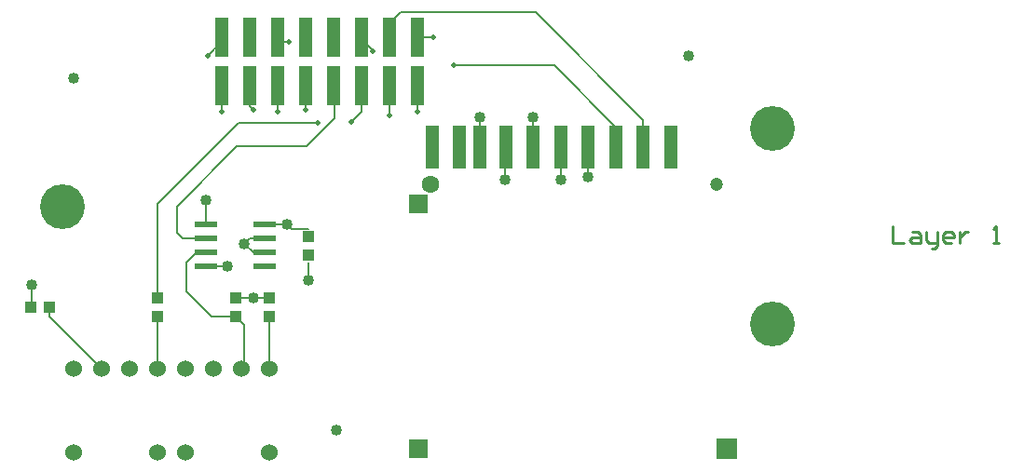
<source format=gtl>
%FSLAX24Y24*%
%MOIN*%
G70*
G01*
G75*
G04 Layer_Physical_Order=1*
G04 Layer_Color=255*
%ADD10C,0.0400*%
%ADD11R,0.0394X0.0433*%
%ADD12R,0.0433X0.0394*%
%ADD13R,0.0472X0.1575*%
%ADD14R,0.0669X0.0709*%
%ADD15R,0.0748X0.0748*%
%ADD16R,0.0807X0.0236*%
%ADD17R,0.0500X0.1449*%
%ADD18C,0.0080*%
%ADD19C,0.0090*%
%ADD20C,0.1600*%
%ADD21C,0.0600*%
%ADD22C,0.0472*%
%ADD23C,0.0630*%
%ADD24C,0.0200*%
D10*
X25000Y44800D02*
D03*
X47000Y45600D02*
D03*
X34400Y32200D02*
D03*
X29747Y40447D02*
D03*
X23500Y37400D02*
D03*
X39555Y43395D02*
D03*
X41455Y43395D02*
D03*
X40450Y41150D02*
D03*
X43400Y41250D02*
D03*
X42439Y41161D02*
D03*
X30500Y38050D02*
D03*
X33400Y37550D02*
D03*
X31115Y38865D02*
D03*
X32650Y39550D02*
D03*
X31435Y36935D02*
D03*
D11*
X28000Y36935D02*
D03*
Y36265D02*
D03*
X32000Y36265D02*
D03*
Y36935D02*
D03*
X30800Y36265D02*
D03*
Y36935D02*
D03*
X33400Y39135D02*
D03*
Y38465D02*
D03*
D12*
X23465Y36600D02*
D03*
X24135D02*
D03*
D13*
X46376Y42339D02*
D03*
X45392D02*
D03*
X44407D02*
D03*
X43423D02*
D03*
X42439D02*
D03*
X41455D02*
D03*
X40470D02*
D03*
X39555D02*
D03*
X38807D02*
D03*
X37852D02*
D03*
D14*
X37331Y31532D02*
D03*
Y40291D02*
D03*
D15*
X48374Y31532D02*
D03*
D16*
X31853Y38050D02*
D03*
Y38550D02*
D03*
Y39050D02*
D03*
Y39550D02*
D03*
X29747Y38050D02*
D03*
Y38550D02*
D03*
Y39050D02*
D03*
Y39550D02*
D03*
D17*
X37300Y44526D02*
D03*
Y46274D02*
D03*
X36300Y44526D02*
D03*
Y46274D02*
D03*
X35300Y44526D02*
D03*
Y46274D02*
D03*
X34300Y44526D02*
D03*
Y46274D02*
D03*
X33300Y44526D02*
D03*
Y46274D02*
D03*
X32300Y44526D02*
D03*
Y46274D02*
D03*
X31300Y44526D02*
D03*
Y46274D02*
D03*
X30300Y44526D02*
D03*
Y46274D02*
D03*
D18*
X29747Y39550D02*
Y40447D01*
X23500Y36800D02*
Y37215D01*
X39555Y42339D02*
Y43395D01*
X41455Y42339D02*
Y43395D01*
X45392Y42339D02*
Y43308D01*
X40450Y41150D02*
Y42300D01*
X43400Y41250D02*
Y42300D01*
X42439Y41161D02*
Y42339D01*
X28700Y39250D02*
X28900Y39050D01*
X29747D01*
X30800Y36265D02*
X31100Y35965D01*
Y34350D02*
Y35965D01*
X29950Y36250D02*
X30800D01*
X29400Y38550D02*
X29747D01*
X29050Y38200D02*
X29400Y38550D01*
X29050Y37150D02*
Y38200D01*
Y37150D02*
X29950Y36250D01*
X29747Y38050D02*
X30500D01*
X33400Y37550D02*
Y38209D01*
X31115Y38865D02*
X31300Y39050D01*
X31853D01*
X31115Y38865D02*
X31431Y38550D01*
X31853D01*
X32650Y39550D02*
X32809Y39391D01*
X33400D01*
X31853Y39550D02*
X32650D01*
X30800Y36935D02*
X32000D01*
Y34400D02*
Y36450D01*
X28000Y34400D02*
Y36265D01*
X24135D02*
X26000Y34400D01*
X24135Y36265D02*
Y36600D01*
X41550Y47150D02*
X45392Y43308D01*
X44407Y42339D02*
Y43043D01*
X36300Y46274D02*
Y46750D01*
X36700Y47150D01*
X41550D01*
X33350Y42350D02*
X34350Y43350D01*
Y44450D01*
X28700Y40200D02*
X30850Y42350D01*
X28700Y39250D02*
Y40200D01*
X30850Y42350D02*
X33350D01*
X30900Y43200D02*
X33750D01*
X34935Y43235D02*
X35300Y43600D01*
Y44526D01*
X28000Y40300D02*
X30900Y43200D01*
X28000Y36935D02*
Y40300D01*
X29800Y45600D02*
X30350Y46150D01*
X30300Y43600D02*
Y44550D01*
X31300Y43800D02*
X31450Y43650D01*
X31300Y43800D02*
Y44550D01*
X32300Y43600D02*
Y44550D01*
X33300Y43650D02*
Y44526D01*
X36300Y43450D02*
Y44526D01*
X37300Y43600D02*
Y44526D01*
X35700Y45750D02*
Y45800D01*
X35300Y46200D02*
Y46274D01*
X42200Y45250D02*
X44407Y43043D01*
X38600Y45250D02*
X42200D01*
X35300Y46200D02*
X35700Y45800D01*
X37300Y46274D02*
X37876D01*
X32474Y46100D02*
X32700D01*
X32300Y46274D02*
X32474Y46100D01*
D19*
X54300Y39500D02*
Y38900D01*
X54700D01*
X55000Y39300D02*
X55200D01*
X55300Y39200D01*
Y38900D01*
X55000D01*
X54900Y39000D01*
X55000Y39100D01*
X55300D01*
X55500Y39300D02*
Y39000D01*
X55600Y38900D01*
X55899D01*
Y38800D01*
X55800Y38700D01*
X55700D01*
X55899Y38900D02*
Y39300D01*
X56399Y38900D02*
X56199D01*
X56099Y39000D01*
Y39200D01*
X56199Y39300D01*
X56399D01*
X56499Y39200D01*
Y39100D01*
X56099D01*
X56699Y39300D02*
Y38900D01*
Y39100D01*
X56799Y39200D01*
X56899Y39300D01*
X56999D01*
X57899Y38900D02*
X58099D01*
X57999D01*
Y39500D01*
X57899Y39400D01*
D20*
X24600Y40200D02*
D03*
X50000Y43000D02*
D03*
Y36000D02*
D03*
D21*
X27000Y34400D02*
D03*
X28000D02*
D03*
X26000D02*
D03*
X25000D02*
D03*
X28000Y31400D02*
D03*
X25000D02*
D03*
X31000Y34400D02*
D03*
X32000D02*
D03*
X30000D02*
D03*
X29000D02*
D03*
X32000Y31400D02*
D03*
X29000D02*
D03*
D22*
X48000Y41000D02*
D03*
D23*
X37764D02*
D03*
D24*
X33750Y43200D02*
D03*
X34935Y43235D02*
D03*
X29800Y45600D02*
D03*
X30300Y43600D02*
D03*
X31450Y43650D02*
D03*
X32300Y43600D02*
D03*
X33300Y43650D02*
D03*
X38600Y45250D02*
D03*
X36300Y43450D02*
D03*
X37300Y43600D02*
D03*
X35700Y45750D02*
D03*
X37876Y46274D02*
D03*
X32700Y46100D02*
D03*
M02*

</source>
